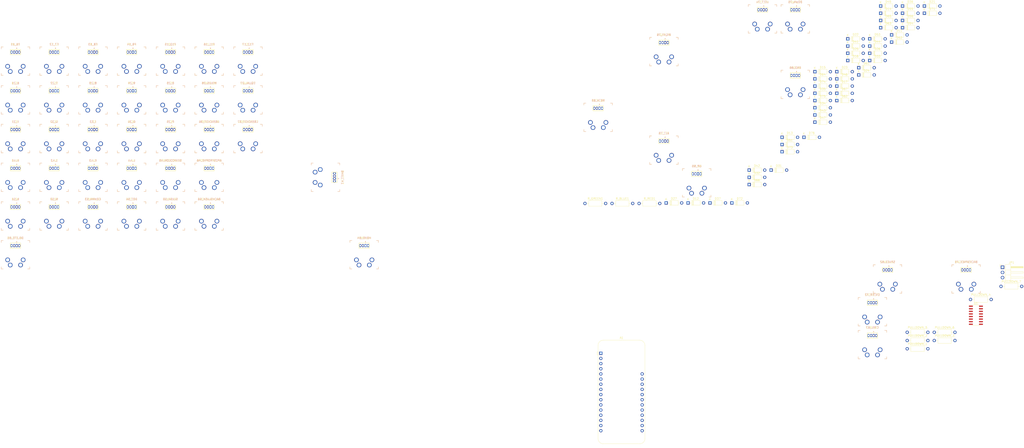
<source format=kicad_pcb>
(kicad_pcb (version 20211014) (generator pcbnew)

  (general
    (thickness 1.6)
  )

  (paper "A4")
  (layers
    (0 "F.Cu" signal)
    (31 "B.Cu" signal)
    (32 "B.Adhes" user "B.Adhesive")
    (33 "F.Adhes" user "F.Adhesive")
    (34 "B.Paste" user)
    (35 "F.Paste" user)
    (36 "B.SilkS" user "B.Silkscreen")
    (37 "F.SilkS" user "F.Silkscreen")
    (38 "B.Mask" user)
    (39 "F.Mask" user)
    (40 "Dwgs.User" user "User.Drawings")
    (41 "Cmts.User" user "User.Comments")
    (42 "Eco1.User" user "User.Eco1")
    (43 "Eco2.User" user "User.Eco2")
    (44 "Edge.Cuts" user)
    (45 "Margin" user)
    (46 "B.CrtYd" user "B.Courtyard")
    (47 "F.CrtYd" user "F.Courtyard")
    (48 "B.Fab" user)
    (49 "F.Fab" user)
    (50 "User.1" user)
    (51 "User.2" user)
    (52 "User.3" user)
    (53 "User.4" user)
    (54 "User.5" user)
    (55 "User.6" user)
    (56 "User.7" user)
    (57 "User.8" user)
    (58 "User.9" user)
  )

  (setup
    (pad_to_mask_clearance 0)
    (pcbplotparams
      (layerselection 0x00010fc_ffffffff)
      (disableapertmacros false)
      (usegerberextensions false)
      (usegerberattributes true)
      (usegerberadvancedattributes true)
      (creategerberjobfile true)
      (svguseinch false)
      (svgprecision 6)
      (excludeedgelayer true)
      (plotframeref false)
      (viasonmask false)
      (mode 1)
      (useauxorigin false)
      (hpglpennumber 1)
      (hpglpenspeed 20)
      (hpglpendiameter 15.000000)
      (dxfpolygonmode true)
      (dxfimperialunits true)
      (dxfusepcbnewfont true)
      (psnegative false)
      (psa4output false)
      (plotreference true)
      (plotvalue true)
      (plotinvisibletext false)
      (sketchpadsonfab false)
      (subtractmaskfromsilk false)
      (outputformat 1)
      (mirror false)
      (drillshape 1)
      (scaleselection 1)
      (outputdirectory "")
    )
  )

  (net 0 "")
  (net 1 "unconnected-(A1-Pad1)")
  (net 2 "Net-(0_25-Pad1)")
  (net 3 "unconnected-(A1-Pad3)")
  (net 4 "/Full Keyboard/A")
  (net 5 "/Full Keyboard/COL1")
  (net 6 "/Full Keyboard/COL2")
  (net 7 "/Full Keyboard/COL3")
  (net 8 "/Full Keyboard/COL4")
  (net 9 "/Full Keyboard/COL5")
  (net 10 "/Full Keyboard/COL6")
  (net 11 "/Full Keyboard/ROW4")
  (net 12 "/Full Keyboard/ROW5")
  (net 13 "/Full Keyboard/COL7")
  (net 14 "unconnected-(A1-Pad14)")
  (net 15 "unconnected-(A1-Pad15)")
  (net 16 "/Full Keyboard/R")
  (net 17 "/Full Keyboard/ROW6")
  (net 18 "/Full Keyboard/ROW7")
  (net 19 "/Full Keyboard/ROW1")
  (net 20 "/Full Keyboard/ROW2")
  (net 21 "/Full Keyboard/ROW3")
  (net 22 "Net-(6_21-Pad1)")
  (net 23 "Net-(7_22-Pad1)")
  (net 24 "Net-(8_23-Pad1)")
  (net 25 "unconnected-(8_23-Pad3)")
  (net 26 "Net-(9_24-Pad1)")
  (net 27 "unconnected-(A1-Pad27)")
  (net 28 "unconnected-(A1-Pad28)")
  (net 29 "/Full Keyboard/Vcc")
  (net 30 "/Full Keyboard/GND")
  (net 31 "unconnected-(A1-Pad11)")
  (net 32 "unconnected-(A1-Pad12)")
  (net 33 "unconnected-(A1-Pad13)")
  (net 34 "Net-(D16-Pad2)")
  (net 35 "Net-(D17-Pad2)")
  (net 36 "unconnected-(A1-Pad17)")
  (net 37 "unconnected-(A1-Pad18)")
  (net 38 "Net-(A1-Pad19)")
  (net 39 "Net-(A1-Pad20)")
  (net 40 "Net-(A1-Pad21)")
  (net 41 "Net-(D26-Pad2)")
  (net 42 "Net-(D27-Pad2)")
  (net 43 "Net-(A1-Pad22)")
  (net 44 "Net-(A1-Pad23)")
  (net 45 "Net-(A1-Pad24)")
  (net 46 "Net-(A1-Pad25)")
  (net 47 "/Full Keyboard/Vusb")
  (net 48 "Net-(D36-Pad2)")
  (net 49 "Net-(D37-Pad2)")
  (net 50 "Net-(ALT_73-Pad1)")
  (net 51 "Net-(APOSTROPHE_46-Pad1)")
  (net 52 "Net-(BACKSLASH_56-Pad1)")
  (net 53 "Net-(COMMA_53-Pad1)")
  (net 54 "Net-(D47-Pad2)")
  (net 55 "Net-(D11-Pad2)")
  (net 56 "Net-(D12-Pad2)")
  (net 57 "Net-(D13-Pad2)")
  (net 58 "Net-(D14-Pad2)")
  (net 59 "Net-(D15-Pad2)")
  (net 60 "Net-(D31-Pad2)")
  (net 61 "Net-(D32-Pad2)")
  (net 62 "Net-(D66-Pad2)")
  (net 63 "Net-(D33-Pad2)")
  (net 64 "Net-(D34-Pad2)")
  (net 65 "Net-(D35-Pad2)")
  (net 66 "Net-(D41-Pad2)")
  (net 67 "Net-(D42-Pad2)")
  (net 68 "Net-(D43-Pad2)")
  (net 69 "Net-(D76-Pad2)")
  (net 70 "Net-(D44-Pad2)")
  (net 71 "Net-(D45-Pad2)")
  (net 72 "Net-(D51-Pad2)")
  (net 73 "Net-(D52-Pad2)")
  (net 74 "Net-(D54-Pad2)")
  (net 75 "Net-(D55-Pad2)")
  (net 76 "Net-(D61-Pad2)")
  (net 77 "Net-(D62-Pad2)")
  (net 78 "Net-(D63-Pad2)")
  (net 79 "Net-(D64-Pad2)")
  (net 80 "Net-(D65-Pad2)")
  (net 81 "Net-(CTRL_67-Pad1)")
  (net 82 "Net-(BACKSPACE_71-Pad1)")
  (net 83 "Net-(D72-Pad2)")
  (net 84 "Net-(D74-Pad2)")
  (net 85 "Net-(D75-Pad2)")
  (net 86 "/Full Keyboard/B")
  (net 87 "/Full Keyboard/G")

  (footprint "Diode_THT:D_DO-35_SOD27_P7.62mm_Horizontal" (layer "F.Cu") (at 431.12 53.922))

  (footprint "Diode_THT:D_DO-35_SOD27_P7.62mm_Horizontal" (layer "F.Cu") (at 398.82 95.272))

  (footprint "Diode_THT:D_DO-35_SOD27_P7.62mm_Horizontal" (layer "F.Cu") (at 447.27 27.122))

  (footprint "libraries:SW_MX_reversible_RGB" (layer "F.Cu") (at 95.25 76.2))

  (footprint "Diode_THT:D_DO-35_SOD27_P7.62mm_Horizontal" (layer "F.Cu") (at 468.81 25.172))

  (footprint "Resistor_THT:R_Axial_DIN0207_L6.3mm_D2.5mm_P10.16mm_Horizontal" (layer "F.Cu") (at 476.494 175.588))

  (footprint "libraries:SW_MX_reversible_RGB" (layer "F.Cu") (at 152.4 57.15))

  (footprint "libraries:SW_MX_reversible_RGB" (layer "F.Cu") (at 373.02 98.022))

  (footprint "libraries:SW_MX_reversible_RGB" (layer "F.Cu") (at 324.57 65.722))

  (footprint "Diode_THT:D_DO-35_SOD27_P7.62mm_Horizontal" (layer "F.Cu") (at 431.12 46.822))

  (footprint "libraries:SW_MX_reversible_RGB" (layer "F.Cu") (at 421.47 49.572))

  (footprint "Diode_THT:D_DO-35_SOD27_P7.62mm_Horizontal" (layer "F.Cu") (at 431.12 64.572))

  (footprint "Diode_THT:D_DO-35_SOD27_P7.62mm_Horizontal" (layer "F.Cu") (at 474.19 14.522))

  (footprint "libraries:SW_MX_reversible_RGB" (layer "F.Cu") (at 114.3 95.25))

  (footprint "Diode_THT:D_DO-35_SOD27_P7.62mm_Horizontal" (layer "F.Cu") (at 474.19 21.622))

  (footprint "Diode_THT:D_DO-35_SOD27_P7.62mm_Horizontal" (layer "F.Cu") (at 431.12 61.022))

  (footprint "Diode_THT:D_DO-35_SOD27_P7.62mm_Horizontal" (layer "F.Cu") (at 458.04 34.222))

  (footprint "Diode_THT:D_DO-35_SOD27_P7.62mm_Horizontal" (layer "F.Cu") (at 425.74 75.572))

  (footprint "Diode_THT:D_DO-35_SOD27_P7.62mm_Horizontal" (layer "F.Cu") (at 463.42 21.622))

  (footprint "Diode_THT:D_DO-35_SOD27_P7.62mm_Horizontal" (layer "F.Cu") (at 409.59 91.722))

  (footprint "Diode_THT:D_DO-35_SOD27_P7.62mm_Horizontal" (layer "F.Cu") (at 398.82 91.722))

  (footprint "libraries:SW_MX_reversible_RGB" (layer "F.Cu") (at 57.15 76.2))

  (footprint "libraries:SW_MX_reversible_RGB" (layer "F.Cu") (at 76.2 57.15))

  (footprint "Diode_THT:D_DO-35_SOD27_P7.62mm_Horizontal" (layer "F.Cu") (at 398.82 98.822))

  (footprint "Diode_THT:D_DO-35_SOD27_P7.62mm_Horizontal" (layer "F.Cu") (at 368.77 107.872))

  (footprint "Diode_THT:D_DO-35_SOD27_P7.62mm_Horizontal" (layer "F.Cu") (at 414.97 75.572))

  (footprint "libraries:SW_MX_reversible_RGB_2u" (layer "F.Cu") (at 190.5 95.25 -90))

  (footprint "libraries:SW_MX_reversible_RGB" (layer "F.Cu") (at 38.1 95.25))

  (footprint "Diode_THT:D_DO-35_SOD27_P7.62mm_Horizontal" (layer "F.Cu") (at 458.04 27.122))

  (footprint "Diode_THT:D_DO-35_SOD27_P7.62mm_Horizontal" (layer "F.Cu") (at 390.31 107.872))

  (footprint "Diode_THT:D_DO-35_SOD27_P7.62mm_Horizontal" (layer "F.Cu") (at 441.89 43.272))

  (footprint "Diode_THT:D_DO-35_SOD27_P7.62mm_Horizontal" (layer "F.Cu") (at 458.04 37.772))

  (footprint "libraries:SW_MX_reversible_RGB_2u" (layer "F.Cu") (at 505.46 145.288))

  (footprint "Diode_THT:D_DO-35_SOD27_P7.62mm_Horizontal" (layer "F.Cu") (at 441.89 53.922))

  (footprint "libraries:SW_MX_reversible_RGB_2u" (layer "F.Cu")
    (tedit 0) (tstamp 5a822c5a-ec05-4c92-89bc-3bacdcbf4003)
    (at 459.36 177.588)
    (property "Sheetfile" "full_keyboard/full_keyboard.kicad_sch")
    (property "Sheetname" "Full Keyboard")
    (path "/23ca3470-a8ca-4975-a9e6-54ca1882faee/ac5a2942-2833-4f93-bc35-245b32075489")
    (attr through_hole)
    (fp_text reference "CTRL_67" (at 0 -8.382 unlocked) (layer "F.SilkS")
      (effects (font (size 1 1) (thickness 0.15)))
      (tstamp 52bcb820-0c31-4499-a00e-5e91cdf0bf06)
    )
    (fp_text value "RGB_2u" (at 0 8.89 unlocked) (layer "F.Fab")
      (effects (font (size 1 1) (thickness 0.15)))
      (tstamp 849e4a7b-11c2-46a2-865d-73dd1a1494f1)
    )
    (fp_text user "${REFERENCE}" (at 0 -8.382) (layer "B.SilkS")
      (effects (font (size 1 1) (thickness 0.15)) (justify mirror))
      (tstamp 1fd7ba9e-2e01-4a8f-8a7a-e14522aeed35)
    )
    (fp_text user "A" (at 0.635 -6.35 unlocked) (layer "B.SilkS")
      (effects (font (size 0.5 0.5) (thickness 0.125)))
      (tstamp 694308d4-1881-4254-8f77-c93334159176)
    )
    (fp_text user "A" (at 0.635 -6.35 unlocked) (layer "F.SilkS")
      (effects (font (size 0.5 0.5) (thickness 0.125)))
      (tstamp 67b4171c-2b80-4520-a58a-f0f28fefb369)
    )
    (fp_text user "${VALUE}" (at 0 8.89) (layer "B.Fab")
      (effects (font (size 1 1) (thickness 0.15)) (justify mirror))
      (tstamp 143d0aff-be4f-4f0b-8639-287130348843)
    )
    (fp_line (start 7 -7) (end 7 -6) (layer "B.SilkS") (width 0.15) (tstamp 0bf324ba-fe09-46b4-9b38-f237a9b59351))
    (fp_line (start -7 -6) (end -7 -7) (layer "B.SilkS") (width 0.15) (tstamp 38162160-0279-4902-9c48-793a4e871630))
    (fp_line (start -7 7) (end -7 6) (layer "B.SilkS") (width 0.15) (tstamp 44130ca2-37f1-430c-8138-80a8f71fe6bb))
    (fp_line (start 7 7) (end 6 7) (layer "B.SilkS") (width 0.15) (tstamp 4c40f4c1-b20d-44d5-b197-f082feed037b))
    (fp_line (start -6 7) (end -7 7) (layer "B.SilkS") (width 0.15) (tstamp 6e238e6f-575e-4088-abcd-eca026d06d82))
    (fp_line (start 7 6) (end 7 7) (layer "B.SilkS") (width 0.15) (tstamp 7bce4928-d7a2-4533-835c-4cabd401dd3a))
    (fp_line (start -7 -7) (end -6 -7) (layer "B.SilkS") (width 0.15) (tstamp aefdcab6-9e04-43b7-830f-0da0547f117f))
    (fp_line (start 6 -7) (end 7 -7) (layer "B.SilkS") (width 0.15) (tstamp d21f5bb6-253c-4a07-84b5-049e1f9f143a))
    (fp_line (start 6 -7) (end 7 -7) (layer "F.SilkS") (width 0.15) (tstamp 0aede836-a33b-461f-8711-60b608f5def6))
    (fp_line (start -7 7) (end -7 6) (layer "F.SilkS") (width 0.15) (tstamp 29a06a9f-5872-4f1f-b06d-d1870e29513d))
    (fp_line (start -6 7) (end -7 7) (layer "F.SilkS") (width 0.15) (tstamp 40e3ca5c-2f12-4131-baa6-7fcf0e8eb10d))
    (fp_line (start 7 7) (end 6 7) (layer "F.SilkS") (width 0.15) (tstamp 61d0f9a9-d34e-4577-ad2a-9678199d8143))
    (fp_line (start -7 -7) (end -6 -7) (layer "F.SilkS") (width 0.15) (tstamp 87b92267-6aeb-443a-b7fb-6d51e12d6e10))
    (fp_line (start 7 -7) (end 7 -6) (layer "F.SilkS") (width 0.15) (tstamp 94b17341-d517-43d2-82bb-a9ee3aef46e7))
    (fp_line (start 7 6) (end 7 7) (layer "F.SilkS") (width 0.15) (tstamp a401f310-83c3-4347-8a89-0f975f0cef04))
    (fp_line (start -7 -6) (end -7 -7) (layer "F.SilkS") (width 0.15) (tstamp df89dee9-c4e0-476b-b0e4-7624b0c443d3))
    (fp_rect (start 2.54 -3.175) (end -2.54 -5.715) (layer "F.SilkS") (width 0.12) (fill none) (tstamp 01d72093-5749-43f2-9828-b8f2f9577ff7))
    (fp_rect (start 2.54 -3.175) (end -2.54 -5.715) (layer "F.SilkS") (width 0.12) (fill none) (tstamp 6d1375af-2354-4446-af84-524178d3d35b))
    (fp_line (start 6.9 -6.9) (end -6.9 -6.9) (layer "Eco2.User") (width 0.15) (tstamp 6143af3a-5463-4e2f-bd32-dd7144a9b45b))
    (fp_line (start -6.9 6.9) (end 6.9 6.9) (layer "Eco2.User") (width 0.15) (tstamp 62f9140d-e28d-4eb7-a24b-66d88c4cdae1))
    (fp_line (start 6.9 -6.9) (end 6.9 6.9) (layer "Eco2.User") (width 0.15) (tstamp abbd27b0-c885-43ef-a800-47acea043a12))
    (fp_line (start -6.9 6.9) (end -6.9 -6.9) (layer "Eco2.User") (width 0.15) (tstamp e493308e-3e5c-47b1-80b5-6301c98fe18b))
    (fp_line (start 14.986 -7.5) (end 14.986 7.5) (layer "B.Fab") (width 0.15) (tstamp 3011eb54-503e-4e30-9d04-cb7e68cb6957))
    (fp_line (start -14.986 7.5) (end -14.986 -7.5) (layer "B.Fab") (width 0.15) (tstamp 93ac8d6b-c75b-465f-b77c-b500aff7b13a))
    (fp_line (start 14.986 7.5) (end -14.986 7.5) (layer "B.Fab") (width 0.15) (tstamp ade71aaf-85fd-4fd7-b760-a5e4fcab9942))
    (fp_line (start -14.986 -7.5) (end 14.986 -7.5) (layer "B.Fab") (width 0.15) (tstamp c15da6a3-fed7-439f-a35a-9a4c73d33910))
    (fp_line (start 14.986 7.5) (end -14.986 7.5) (layer "F.Fab") (width 0.15) (tstamp 139aa32a-ac67-4d4b-a79a-7a558dea0e40))
    (fp_line (start 14.986 -7.5) (end 14.986 7.5) (layer "F.Fab") (width 0.
... [445029 chars truncated]
</source>
